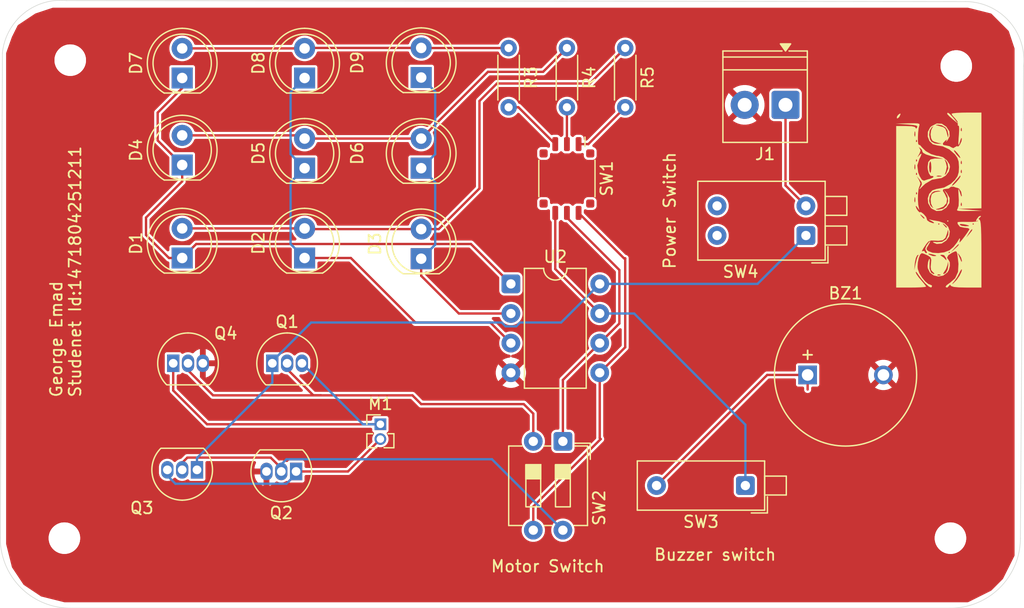
<source format=kicad_pcb>
(kicad_pcb (version 20241229) (generator "pcbnew") (generator_version "9.0")
  (title_block (date "15 nov 2012"))
  (layers (0 "F.Cu" signal) (2 "B.Cu" signal) (13 "F.Paste" user) (15 "B.Paste" user) (5 "F.SilkS" user "F.Silkscreen") (7 "B.SilkS" user "B.Silkscreen") (1 "F.Mask" user) (3 "B.Mask" user) (25 "Edge.Cuts" user))
  (net 0 "")
  (net 1 "GND")
  (net 2 "Net-(BZ1-+)")
  (net 3 "Net-(D1-A)")
  (net 4 "PB5")
  (net 5 "PB4")
  (net 6 "PB3")
  (net 7 "Net-(D4-A)")
  (net 8 "Net-(D7-A)")
  (net 9 "IN_POWER")
  (net 10 "Net-(M1--)")
  (net 11 "Net-(M1-+)")
  (net 12 "Net-(Q1-B)")
  (net 13 "Net-(Q2-B)")
  (net 14 "Net-(R3-Pad2)")
  (net 15 "Net-(R4-Pad2)")
  (net 16 "Net-(R5-Pad2)")
  (net 17 "PB2")
  (net 18 "PB1")
  (net 19 "PB0")
  (net 21 "+5V")
  (footprint "MountingHole:MountingHole_2.7mm_M2.5" (layer "F.Cu") (at 176.5 165)
    (property "Reference" "MH2" (hide yes))
    (property "Value" "MountingHole_2.7mm_M2.5" (hide yes))
    (pad "" np_thru_hole circle (at 0 0) (size 2.7 2.7) (drill 2.7) (layers "*.Cu" "*.Mask"))
  )
  (footprint "Resistor_THT:R_Axial_DIN0204_L3.6mm_D1.6mm_P5.08mm_Horizontal" (layer "F.Cu") (at 143.602 122.96 -90)
    (property "Reference" "R4" (at 2.54 -1.92 90) (layer "F.SilkS"))
    (property "Value" "R")
    (pad "1" thru_hole circle (at 0 0 270) (size 1.4 1.4) (drill 0.7) (layers "*.Cu" "*.Mask") (net 7 "Net-(D4-A)"))
    (pad "2" thru_hole circle (at 5.08 0 270) (size 1.4 1.4) (drill 0.7) (layers "*.Cu" "*.Mask") (net 15 "Net-(R4-Pad2)"))
  )
  (footprint "Cypod:cypod_footprint" (layer "F.Cu") (at 175.5 136 90)
    (property "Reference" "G***" (hide yes))
    (property "Value" "LOGO" (hide yes))
  )
  (footprint "Resistor_THT:R_Axial_DIN0204_L3.6mm_D1.6mm_P5.08mm_Horizontal" (layer "F.Cu") (at 148.602 122.96 -90)
    (property "Reference" "R5" (at 2.54 -1.92 90) (layer "F.SilkS"))
    (property "Value" "R")
    (pad "1" thru_hole circle (at 0 0 270) (size 1.4 1.4) (drill 0.7) (layers "*.Cu" "*.Mask") (net 3 "Net-(D1-A)"))
    (pad "2" thru_hole circle (at 5.08 0 270) (size 1.4 1.4) (drill 0.7) (layers "*.Cu" "*.Mask") (net 16 "Net-(R5-Pad2)"))
  )
  (footprint "Package_TO_SOT_THT:TO-92_Inline" (layer "F.Cu") (at 118.332 150)
    (property "Reference" "Q1" (at 1.27 -3.56 0) (layer "F.SilkS"))
    (property "Value" "BC547")
    (pad "1" thru_hole rect (at 0 0) (size 1.05 1.5) (drill 0.75) (layers "*.Cu" "*.Mask") (net 21 "+5V"))
    (pad "2" thru_hole oval (at 1.27 0) (size 1.05 1.5) (drill 0.75) (layers "*.Cu" "*.Mask") (net 12 "Net-(Q1-B)"))
    (pad "3" thru_hole oval (at 2.54 0) (size 1.05 1.5) (drill 0.75) (layers "*.Cu" "*.Mask") (net 11 "Net-(M1-+)"))
  )
  (footprint "Buzzer_Beeper:MagneticBuzzer_ProSignal_ABT-410-RC" (layer "F.Cu") (at 164.25 151)
    (property "Reference" "BZ1" (at 3.25 -7 0) (layer "F.SilkS"))
    (property "Value" "Buzzer")
    (fp_text user "+" (at 0 -1.8 0) (layer "F.SilkS"))
    (pad "1" thru_hole rect (at 0 0) (size 1.6 1.6) (drill 1) (layers "*.Cu" "*.Mask") (net 2 "Net-(BZ1-+)"))
    (pad "2" thru_hole circle (at 6.5 0) (size 1.6 1.6) (drill 1) (layers "*.Cu" "*.Mask") (net 1 "GND"))
  )
  (footprint "MountingHole:MountingHole_2.7mm_M2.5" (layer "F.Cu") (at 100.5 165)
    (property "Reference" "MH3" (hide yes))
    (property "Value" "MountingHole_2.7mm_M2.5" (hide yes))
    (pad "" np_thru_hole circle (at 0 0) (size 2.7 2.7) (drill 2.7) (layers "*.Cu" "*.Mask"))
  )
  (footprint "Button_Switch_THT:SW_DIP_SPSTx02_Piano_10.8x6.64mm_W7.62mm_P2.54mm" (layer "F.Cu") (at 164.102 139.04 180)
    (property "Reference" "SW4" (at 5.602 -3.11 0) (layer "F.SilkS"))
    (property "Value" "SW_DPDT_x2")
    (pad "1" thru_hole roundrect (at 0 0 180) (size 1.6 1.6) (drill 0.8) (layers "*.Cu" "*.Mask") (roundrect_rratio 0.15625) (net 21 "+5V"))
    (pad "2" thru_hole circle (at 0 2.54 180) (size 1.6 1.6) (drill 0.8) (layers "*.Cu" "*.Mask") (net 9 "IN_POWER"))
    (pad "3" thru_hole circle (at 7.62 2.54 180) (size 1.6 1.6) (drill 0.8) (layers "*.Cu" "*.Mask"))
    (pad "4" thru_hole circle (at 7.62 0 180) (size 1.6 1.6) (drill 0.8) (layers "*.Cu" "*.Mask"))
  )
  (footprint "Package_TO_SOT_THT:TO-92_Inline" (layer "F.Cu") (at 120.372 159.28 180)
    (property "Reference" "Q2" (at 1.27 -3.56 0) (layer "F.SilkS"))
    (property "Value" "BC547")
    (pad "1" thru_hole rect (at 0 0 180) (size 1.05 1.5) (drill 0.75) (layers "*.Cu" "*.Mask") (net 10 "Net-(M1--)"))
    (pad "2" thru_hole oval (at 1.27 0 180) (size 1.05 1.5) (drill 0.75) (layers "*.Cu" "*.Mask") (net 13 "Net-(Q2-B)"))
    (pad "3" thru_hole oval (at 2.54 0 180) (size 1.05 1.5) (drill 0.75) (layers "*.Cu" "*.Mask") (net 1 "GND"))
  )
  (footprint "LED_THT:LED_D5.0mm_Clear" (layer "F.Cu") (at 131.102 133.265 90)
    (property "Reference" "D6" (at 1.27 -5.49 90) (layer "F.SilkS"))
    (property "Value" "LED")
    (pad "1" thru_hole rect (at 0 0 90) (size 1.8 1.8) (drill 0.9) (layers "*.Cu" "*.Mask") (net 6 "PB3"))
    (pad "2" thru_hole circle (at 2.54 0 90) (size 1.8 1.8) (drill 0.9) (layers "*.Cu" "*.Mask") (net 7 "Net-(D4-A)"))
  )
  (footprint "MountingHole:MountingHole_2.7mm_M2.5" (layer "F.Cu") (at 101 124)
    (property "Reference" "MH1" (hide yes))
    (property "Value" "MountingHole_2.7mm_M2.5" (hide yes))
    (pad "" np_thru_hole circle (at 0 0) (size 2.7 2.7) (drill 2.7) (layers "*.Cu" "*.Mask"))
  )
  (footprint "LED_THT:LED_D5.0mm_Clear" (layer "F.Cu") (at 110.602 132.99 90)
    (property "Reference" "D4" (at 1.27 -3.96 90) (layer "F.SilkS"))
    (property "Value" "LED")
    (pad "1" thru_hole rect (at 0 0 90) (size 1.8 1.8) (drill 0.9) (layers "*.Cu" "*.Mask") (net 4 "PB5"))
    (pad "2" thru_hole circle (at 2.54 0 90) (size 1.8 1.8) (drill 0.9) (layers "*.Cu" "*.Mask") (net 7 "Net-(D4-A)"))
  )
  (footprint "Button_Switch_THT:SW_DIP_SPSTx02_Slide_6.7x6.64mm_W7.62mm_P2.54mm_LowProfile" (layer "F.Cu") (at 143.2575 156.695 -90)
    (property "Reference" "SW2" (at 5.703 -3.11 90) (layer "F.SilkS"))
    (property "Value" "SW_DPST")
    (pad "1" thru_hole roundrect (at 0 0 270) (size 1.6 1.6) (drill 0.8) (layers "*.Cu" "*.Mask") (roundrect_rratio 0.15625) (net 18 "PB1"))
    (pad "2" thru_hole circle (at 0 2.54 270) (size 1.6 1.6) (drill 0.8) (layers "*.Cu" "*.Mask") (net 12 "Net-(Q1-B)"))
    (pad "3" thru_hole circle (at 7.62 2.54 270) (size 1.6 1.6) (drill 0.8) (layers "*.Cu" "*.Mask") (net 19 "PB0"))
    (pad "4" thru_hole circle (at 7.62 0 270) (size 1.6 1.6) (drill 0.8) (layers "*.Cu" "*.Mask") (net 13 "Net-(Q2-B)"))
  )
  (footprint "Package_TO_SOT_THT:TO-92_Inline" (layer "F.Cu") (at 109.832 150)
    (property "Reference" "Q4" (at 4.5 -2.56 0) (layer "F.SilkS"))
    (property "Value" "BC547")
    (pad "1" thru_hole rect (at 0 0) (size 1.05 1.5) (drill 0.75) (layers "*.Cu" "*.Mask") (net 11 "Net-(M1-+)"))
    (pad "2" thru_hole oval (at 1.27 0) (size 1.05 1.5) (drill 0.75) (layers "*.Cu" "*.Mask") (net 12 "Net-(Q1-B)"))
    (pad "3" thru_hole oval (at 2.54 0) (size 1.05 1.5) (drill 0.75) (layers "*.Cu" "*.Mask") (net 1 "GND"))
  )
  (footprint "Resistor_THT:R_Axial_DIN0204_L3.6mm_D1.6mm_P5.08mm_Horizontal" (layer "F.Cu") (at 138.602 122.96 -90)
    (property "Reference" "R3" (at 2.54 -1.92 90) (layer "F.SilkS"))
    (property "Value" "R")
    (pad "1" thru_hole circle (at 0 0 270) (size 1.4 1.4) (drill 0.7) (layers "*.Cu" "*.Mask") (net 8 "Net-(D7-A)"))
    (pad "2" thru_hole circle (at 5.08 0 270) (size 1.4 1.4) (drill 0.7) (layers "*.Cu" "*.Mask") (net 14 "Net-(R3-Pad2)"))
  )
  (footprint "TerminalBlock_Phoenix:TerminalBlock_Phoenix_PT-1,5-2-3.5-H_1x02_P3.50mm_Horizontal" (layer "F.Cu") (at 162.352 127.8325 180)
    (property "Reference" "J1" (at 1.75 -4.22 0) (layer "F.SilkS"))
    (property "Value" "Conn_01x02_Socket")
    (pad "1" thru_hole roundrect (at 0 0 180) (size 2.4 2.4) (drill 1.2) (layers "*.Cu" "*.Mask") (roundrect_rratio 0.104167) (net 9 "IN_POWER"))
    (pad "2" thru_hole circle (at 3.5 0 180) (size 2.4 2.4) (drill 1.2) (layers "*.Cu" "*.Mask") (net 1 "GND"))
  )
  (footprint "LED_THT:LED_D5.0mm_Clear" (layer "F.Cu") (at 131.102 125.49 90)
    (property "Reference" "D9" (at 1.27 -5.49 90) (layer "F.SilkS"))
    (property "Value" "LED")
    (pad "1" thru_hole rect (at 0 0 90) (size 1.8 1.8) (drill 0.9) (layers "*.Cu" "*.Mask") (net 6 "PB3"))
    (pad "2" thru_hole circle (at 2.54 0 90) (size 1.8 1.8) (drill 0.9) (layers "*.Cu" "*.Mask") (net 8 "Net-(D7-A)"))
  )
  (footprint "LED_THT:LED_D5.0mm_Clear" (layer "F.Cu") (at 121.102 133.265 90)
    (property "Reference" "D5" (at 1.27 -3.96 90) (layer "F.SilkS"))
    (property "Value" "LED")
    (pad "1" thru_hole rect (at 0 0 90) (size 1.8 1.8) (drill 0.9) (layers "*.Cu" "*.Mask") (net 5 "PB4"))
    (pad "2" thru_hole circle (at 2.54 0 90) (size 1.8 1.8) (drill 0.9) (layers "*.Cu" "*.Mask") (net 7 "Net-(D4-A)"))
  )
  (footprint "LED_THT:LED_D5.0mm_Clear" (layer "F.Cu") (at 121.102 125.53 90)
    (property "Reference" "D8" (at 1.27 -3.96 90) (layer "F.SilkS"))
    (property "Value" "LED")
    (pad "1" thru_hole rect (at 0 0 90) (size 1.8 1.8) (drill 0.9) (layers "*.Cu" "*.Mask") (net 5 "PB4"))
    (pad "2" thru_hole circle (at 2.54 0 90) (size 1.8 1.8) (drill 0.9) (layers "*.Cu" "*.Mask") (net 8 "Net-(D7-A)"))
  )
  (footprint "MountingHole:MountingHole_2.7mm_M2.5" (layer "F.Cu") (at 177 124.5)
    (property "Reference" "MH4" (hide yes))
    (property "Value" "MountingHole_2.7mm_M2.5" (hide yes))
    (pad "" np_thru_hole circle (at 0 0) (size 2.7 2.7) (drill 2.7) (layers "*.Cu" "*.Mask"))
  )
  (footprint "Button_Switch_SMD:SW_DIP_SPSTx03_Slide_Copal_CVS-03xB_W5.9mm_P1mm" (layer "F.Cu") (at 143.602 134.15 -90)
    (property "Reference" "SW1" (at 0 -3.41 90) (layer "F.SilkS"))
    (property "Value" "SW_DIP_x03")
    (pad "1" smd roundrect (at -2.95 -1 270) (size 1.2 0.5) (layers "F.Cu" "F.Mask" "F.Paste") (net 16 "Net-(R5-Pad2)"))
    (pad "2" smd roundrect (at -2.95 0 270) (size 1.2 0.5) (layers "F.Cu" "F.Mask" "F.Paste") (net 15 "Net-(R4-Pad2)"))
    (pad "3" smd roundrect (at -2.95 1 270) (size 1.2 0.5) (layers "F.Cu" "F.Mask" "F.Paste") (net 14 "Net-(R3-Pad2)"))
    (pad "4" smd roundrect (at 2.95 1 270) (size 1.2 0.5) (layers "F.Cu" "F.Mask" "F.Paste") (net 17 "PB2"))
    (pad "5" smd roundrect (at 2.95 0 270) (size 1.2 0.5) (layers "F.Cu" "F.Mask" "F.Paste") (net 18 "PB1"))
    (pad "6" smd roundrect (at 2.95 -1 270) (size 1.2 0.5) (layers "F.Cu" "F.Mask" "F.Paste") (net 19 "PB0"))
    (pad "7" smd roundrect (at -2.15 -2 270) (size 0.7 0.7) (layers "F.Cu" "F.Mask" "F.Paste"))
    (pad "7" smd roundrect (at -2.15 2 270) (size 0.7 0.7) (layers "F.Cu" "F.Mask" "F.Paste"))
    (pad "7" smd roundrect (at 2.15 -2 270) (size 0.7 0.7) (layers "F.Cu" "F.Mask" "F.Paste"))
    (pad "7" smd roundrect (at 2.15 2 270) (size 0.7 0.7) (layers "F.Cu" "F.Mask" "F.Paste"))
  )
  (footprint "LED_THT:LED_D5.0mm_Clear" (layer "F.Cu") (at 121.102 140.97 90)
    (property "Reference" "D2" (at 1.27 -3.96 90) (layer "F.SilkS"))
    (property "Value" "LED")
    (pad "1" thru_hole rect (at 0 0 90) (size 1.8 1.8) (drill 0.9) (layers "*.Cu" "*.Mask") (net 5 "PB4"))
    (pad "2" thru_hole circle (at 2.54 0 90) (size 1.8 1.8) (drill 0.9) (layers "*.Cu" "*.Mask") (net 3 "Net-(D1-A)"))
  )
  (footprint "LED_THT:LED_D5.0mm_Clear" (layer "F.Cu") (at 131.102 141.03 90)
    (property "Reference" "D3" (at 1.27 -3.96 90) (layer "F.SilkS"))
    (property "Value" "LED")
    (pad "1" thru_hole rect (at 0 0 90) (size 1.8 1.8) (drill 0.9) (layers "*.Cu" "*.Mask") (net 6 "PB3"))
    (pad "2" thru_hole circle (at 2.54 0 90) (size 1.8 1.8) (drill 0.9) (layers "*.Cu" "*.Mask") (net 3 "Net-(D1-A)"))
  )
  (footprint "Button_Switch_THT:SW_DIP_SPSTx01_Piano_10.8x4.1mm_W7.62mm_P2.54mm" (layer "F.Cu") (at 158.91 160.4875 180)
    (property "Reference" "SW3" (at 3.81 -3.11 0) (layer "F.SilkS"))
    (property "Value" "SW_DPST_x2")
    (pad "1" thru_hole roundrect (at 0 0 180) (size 1.6 1.6) (drill 0.8) (layers "*.Cu" "*.Mask") (roundrect_rratio 0.15625) (net 17 "PB2"))
    (pad "2" thru_hole circle (at 7.62 0 180) (size 1.6 1.6) (drill 0.8) (layers "*.Cu" "*.Mask") (net 2 "Net-(BZ1-+)"))
  )
  (footprint "Package_DIP:DIP-8_W7.62mm" (layer "F.Cu") (at 138.797 143.19)
    (property "Reference" "U2" (at 3.81 -2.33 0) (layer "F.SilkS"))
    (property "Value" "ATtiny45-20P")
    (pad "1" thru_hole roundrect (at 0 0) (size 1.6 1.6) (drill 0.8) (layers "*.Cu" "*.Mask") (roundrect_rratio 0.15625) (net 4 "PB5"))
    (pad "2" thru_hole circle (at 0 2.54) (size 1.6 1.6) (drill 0.8) (layers "*.Cu" "*.Mask") (net 6 "PB3"))
    (pad "3" thru_hole circle (at 0 5.08) (size 1.6 1.6) (drill 0.8) (layers "*.Cu" "*.Mask") (net 5 "PB4"))
    (pad "4" thru_hole circle (at 0 7.62) (size 1.6 1.6) (drill 0.8) (layers "*.Cu" "*.Mask") (net 1 "GND"))
    (pad "5" thru_hole circle (at 7.62 7.62) (size 1.6 1.6) (drill 0.8) (layers "*.Cu" "*.Mask") (net 19 "PB0"))
    (pad "6" thru_hole circle (at 7.62 5.08) (size 1.6 1.6) (drill 0.8) (layers "*.Cu" "*.Mask") (net 18 "PB1"))
    (pad "7" thru_hole circle (at 7.62 2.54) (size 1.6 1.6) (drill 0.8) (layers "*.Cu" "*.Mask") (net 17 "PB2"))
    (pad "8" thru_hole circle (at 7.62 0) (size 1.6 1.6) (drill 0.8) (layers "*.Cu" "*.Mask") (net 21 "+5V"))
  )
  (footprint "Connector_PinHeader_1.27mm:PinHeader_1x02_P1.27mm_Vertical" (layer "F.Cu") (at 127.602 155.23)
    (property "Reference" "M1" (at 0 -1.745 0) (layer "F.SilkS"))
    (property "Value" "Motor_DC")
    (pad "1" thru_hole rect (at 0 0) (size 1 1) (drill 0.65) (layers "*.Cu" "*.Mask") (net 11 "Net-(M1-+)"))
    (pad "2" thru_hole circle (at 0 1.27) (size 1 1) (drill 0.65) (layers "*.Cu" "*.Mask") (net 10 "Net-(M1--)"))
  )
  (footprint "Package_TO_SOT_THT:TO-92_Inline" (layer "F.Cu") (at 111.872 159.14 180)
    (property "Reference" "Q3" (at 4.73 -3.27 0) (layer "F.SilkS"))
    (property "Value" "BC547")
    (pad "1" thru_hole rect (at 0 0 180) (size 1.05 1.5) (drill 0.75) (layers "*.Cu" "*.Mask") (net 21 "+5V"))
    (pad "2" thru_hole oval (at 1.27 0 180) (size 1.05 1.5) (drill 0.75) (layers "*.Cu" "*.Mask") (net 13 "Net-(Q2-B)"))
    (pad "3" thru_hole oval (at 2.54 0 180) (size 1.05 1.5) (drill 0.75) (layers "*.Cu" "*.Mask") (net 10 "Net-(M1--)"))
  )
  (footprint "LED_THT:LED_D5.0mm_Clear" (layer "F.Cu") (at 110.602 140.97 90)
    (property "Reference" "D1" (at 1.27 -3.96 90) (layer "F.SilkS"))
    (property "Value" "LED")
    (pad "1" thru_hole rect (at 0 0 90) (size 1.8 1.8) (drill 0.9) (layers "*.Cu" "*.Mask") (net 4 "PB5"))
    (pad "2" thru_hole circle (at 2.54 0 90) (size 1.8 1.8) (drill 0.9) (layers "*.Cu" "*.Mask") (net 3 "Net-(D1-A)"))
  )
  (footprint "LED_THT:LED_D5.0mm_Clear" (layer "F.Cu") (at 110.602 125.53 90)
    (property "Reference" "D7" (at 1.27 -3.96 90) (layer "F.SilkS"))
    (property "Value" "LED")
    (pad "1" thru_hole rect (at 0 0 90) (size 1.8 1.8) (drill 0.9) (layers "*.Cu" "*.Mask") (net 4 "PB5"))
    (pad "2" thru_hole circle (at 2.54 0 90) (size 1.8 1.8) (drill 0.9) (layers "*.Cu" "*.Mask") (net 8 "Net-(D7-A)"))
  )
  (gr_arc (start 182.5 165) (mid 180.742641 169.242641) (end 176.5 171) (stroke (width 0.05)) (layer "Edge.Cuts"))
  (gr_arc (start 95.181981 123.389087) (mid 97 120) (end 100.681981 118.889087) (stroke (width 0.05)) (layer "Edge.Cuts"))
  (gr_arc (start 101 171) (mid 96.757359 169.242641) (end 95 165) (stroke (width 0.05)) (layer "Edge.Cuts"))
  (gr_arc (start 177.774247 118.975062) (mid 181.5 120.62824) (end 182.774247 124.5) (stroke (width 0.05)) (layer "Edge.Cuts"))
  (gr_line (start 101 171) (end 176.5 171) (stroke (width 0.05)) (layer "Edge.Cuts"))
  (gr_line (start 177.774247 118.975062) (end 100.682072 118.889087) (stroke (width 0.05)) (layer "Edge.Cuts"))
  (gr_line (start 182.5 165) (end 182.774247 124.500031) (stroke (width 0.05)) (layer "Edge.Cuts"))
  (gr_line (start 95 165) (end 95.181981 123.389088) (stroke (width 0.05)) (layer "Edge.Cuts"))
  (gr_text "Power Switch" (at 153 142 90) (layer "F.SilkS") (effects (font (size 1 1)) (justify left bottom)))
  (gr_text "Motor Switch" (at 137 168 0) (layer "F.SilkS") (effects (font (size 1 1)) (justify left bottom)))
  (gr_text "Buzzer switch" (at 151 167 0) (layer "F.SilkS") (effects (font (size 1 1)) (justify left bottom)))
  (gr_text "George Emad\nStudenet Id:1471804251211" (at 102 153 90) (layer "F.SilkS") (effects (font (size 1 1)) (justify left bottom)))
  (segment (start 164.25 151) (end 160.7775 151) (width 0.2) (layer "F.Cu") (net 2))
  (segment (start 160.7775 151) (end 151.29 160.4875) (width 0.2) (layer "F.Cu") (net 2))
  (segment (start 164.25 152.25) (end 164.25 151) (width 0.2) (layer "F.Cu") (net 2))
  (segment (start 132.612 138.49) (end 131.102 138.49) (width 0.2) (layer "F.Cu") (net 3))
  (segment (start 136.102 127.5) (end 136.102 135) (width 0.2) (layer "F.Cu") (net 3))
  (segment (start 137.602 126) (end 136.102 127.5) (width 0.2) (layer "F.Cu") (net 3))
  (segment (start 121.162 138.49) (end 121.102 138.43) (width 0.2) (layer "F.Cu") (net 3))
  (segment (start 145.562 126) (end 137.602 126) (width 0.2) (layer "F.Cu") (net 3))
  (segment (start 136.102 135) (end 132.612 138.49) (width 0.2) (layer "F.Cu") (net 3))
  (segment (start 131.102 138.49) (end 121.162 138.49) (width 0.2) (layer "F.Cu") (net 3))
  (segment (start 148.602 122.96) (end 145.562 126) (width 0.2) (layer "F.Cu") (net 3))
  (segment (start 110.602 138.43) (end 121.102 138.43) (width 0.2) (layer "F.Cu") (net 3))
  (segment (start 135.371 139.769) (end 111.803 139.769) (width 0.2) (layer "F.Cu") (net 4))
  (segment (start 110.602 134.398) (end 107.5 137.5) (width 0.2) (layer "F.Cu") (net 4))
  (segment (start 109.47 140.97) (end 110.602 140.97) (width 0.2) (layer "F.Cu") (net 4))
  (segment (start 110.602 125.53) (end 110.602 126.398) (width 0.2) (layer "F.Cu") (net 4))
  (segment (start 138.797 143.19) (end 138.792 143.19) (width 0.2) (layer "F.Cu") (net 4))
  (segment (start 138.792 143.19) (end 135.371 139.769) (width 0.2) (layer "F.Cu") (net 4))
  (segment (start 108.5 130.888) (end 110.602 132.99) (width 0.2) (layer "F.Cu") (net 4))
  (segment (start 110.602 132.99) (end 110.602 134.398) (width 0.2) (layer "F.Cu") (net 4))
  (segment (start 108.5 128.5) (end 108.5 130.888) (width 0.2) (layer "F.Cu") (net 4))
  (segment (start 111.803 139.769) (end 110.602 140.97) (width 0.2) (layer "F.Cu") (net 4))
  (segment (start 110.602 126.398) (end 108.5 128.5) (width 0.2) (layer "F.Cu") (net 4))
  (segment (start 107.5 137.5) (end 107.5 139) (width 0.2) (layer "F.Cu") (net 4))
  (segment (start 107.5 139) (end 109.47 140.97) (width 0.2) (layer "F.Cu") (net 4))
  (segment (start 130.602 146.5) (end 125.072 140.97) (width 0.2) (layer "F.Cu") (net 5))
  (segment (start 138.797 148.27) (end 137.027 146.5) (width 0.2) (layer "F.Cu") (net 5))
  (segment (start 137.027 146.5) (end 130.602 146.5) (width 0.2) (layer "F.Cu") (net 5))
  (segment (start 125.072 140.97) (end 121.102 140.97) (width 0.2) (layer "F.Cu") (net 5))
  (segment (start 121.102 133.265) (end 119.901 134.466) (width 0.2) (layer "B.Cu") (net 5))
  (segment (start 121.102 133.265) (end 119.901 132.064) (width 0.2) (layer "B.Cu") (net 5))
  (segment (start 119.901 134.466) (end 119.901 139.769) (width 0.2) (layer "B.Cu") (net 5))
  (segment (start 119.901 132.064) (end 119.901 126.731) (width 0.2) (layer "B.Cu") (net 5))
  (segment (start 119.901 126.731) (end 121.102 125.53) (width 0.2) (layer "B.Cu") (net 5))
  (segment (start 119.901 139.769) (end 121.102 140.97) (width 0.2) (layer "B.Cu") (net 5))
  (segment (start 134.332 145.73) (end 138.797 145.73) (width 0.2) (layer "F.Cu") (net 6))
  (segment (start 131.102 142.5) (end 134.332 145.73) (width 0.2) (layer "F.Cu") (net 6))
  (segment (start 131.102 141.03) (end 131.102 142.5) (width 0.2) (layer "F.Cu") (net 6))
  (segment (start 132.303 132.064) (end 131.102 133.265) (width 0.2) (layer "B.Cu") (net 6))
  (segment (start 131.102 125.49) (end 132.303 126.691) (width 0.2) (layer "B.Cu") (net 6))
  (segment (start 132.303 139.829) (end 131.102 141.03) (width 0.2) (layer "B.Cu") (net 6))
  (segment (start 132.303 126.691) (end 132.303 132.064) (width 0.2) (layer "B.Cu") (net 6))
  (segment (start 131.102 133.265) (end 132.303 134.466) (width 0.2) (layer "B.Cu") (net 6))
  (segment (start 132.303 134.466) (end 132.303 139.829) (width 0.2) (layer "B.Cu") (net 6))
  (segment (start 120.827 130.45) (end 121.102 130.725) (width 0.2) (layer "F.Cu") (net 7))
  (segment (start 121.102 130.725) (end 131.102 130.725) (width 0.2) (layer "F.Cu") (net 7))
  (segment (start 136.827 125) (end 131.102 130.725) (width 0.2) (layer "F.Cu") (net 7))
  (segment (start 143.602 122.96) (end 141.562 125) (width 0.2) (layer "F.Cu") (net 7))
  (segment (start 141.562 125) (end 136.827 125) (width 0.2) (layer "F.Cu") (net 7))
  (segment (start 110.602 130.45) (end 120.827 130.45) (width 0.2) (layer "F.Cu") (net 7))
  (segment (start 131.112 122.96) (end 131.102 122.95) (width 0.2) (layer "F.Cu") (net 8))
  (segment (start 138.602 122.96) (end 131.112 122.96) (width 0.2) (layer "F.Cu") (net 8))
  (segment (start 121.142 122.95) (end 121.102 122.99) (width 0.2) (layer "F.Cu") (net 8))
  (segment (start 110.602 122.99) (end 121.102 122.99) (width 0.2) (layer "F.Cu") (net 8))
  (segment (start 131.552 122.5) (end 131.102 122.95) (width 0.2) (layer "F.Cu") (net 8))
  (segment (start 131.102 122.95) (end 121.142 122.95) (width 0.2) (layer "F.Cu") (net 8))
  (segment (start 162.352 134.75) (end 164.102 136.5) (width 0.2) (layer "F.Cu") (net 9))
  (segment (start 162.352 127.8325) (end 162.352 134.75) (width 0.2) (layer "F.Cu") (net 9))
  (segment (start 124.822 159.28) (end 127.602 156.5) (width 0.2) (layer "F.Cu") (net 10))
  (segment (start 109.332 159.14) (end 109.332 159.26314) (width 0.2) (layer "F.Cu") (net 10))
  (segment (start 120.372 159.28) (end 124.822 159.28) (width 0.2) (layer "F.Cu") (net 10))
  (segment (start 120.372 159.505) (end 120.372 159.28) (width 0.2) (layer "F.Cu") (net 10))
  (segment (start 109.332 159.64) (end 110.023 160.331) (width 0.2) (layer "B.Cu") (net 10))
  (segment (start 120.372 159.505) (end 120.372 159.28) (width 0.2) (layer "B.Cu") (net 10))
  (segment (start 109.332 159.14) (end 109.332 159.64) (width 0.2) (layer "B.Cu") (net 10))
  (segment (start 110.023 160.331) (end 119.546 160.331) (width 0.2) (layer "B.Cu") (net 10))
  (segment (start 119.546 160.331) (end 120.372 159.505) (width 0.2) (layer "B.Cu") (net 10))
  (segment (start 109.832 150) (end 109.832 152.332) (width 0.2) (layer "F.Cu") (net 11))
  (segment (start 120.872 149.775) (end 120.872 150) (width 0.2) (layer "F.Cu") (net 11))
  (segment (start 112.73 155.23) (end 127.602 155.23) (width 0.2) (layer "F.Cu") (net 11))
  (segment (start 109.832 152.332) (end 112.73 155.23) (width 0.2) (layer "F.Cu") (net 11))
  (segment (start 109.832 150) (end 109.832 149.775) (width 0.2) (layer "F.Cu") (net 11))
  (segment (start 127.602 155.23) (end 126.102 155.23) (width 0.2) (layer "B.Cu") (net 11))
  (segment (start 126.102 155.23) (end 120.872 150) (width 0.2) (layer "B.Cu") (net 11))
  (segment (start 119.602 150.5) (end 121.852 152.75) (width 0.2) (layer "F.Cu") (net 12))
  (segment (start 139.898 153.5) (end 131.102 153.5) (width 0.2) (layer "F.Cu") (net 12))
  (segment (start 131.102 153.5) (end 130.352 152.75) (width 0.2) (layer "F.Cu") (net 12))
  (segment (start 121.852 152.75) (end 122.5 152.75) (width 0.2) (layer "F.Cu") (net 12))
  (segment (start 140.7175 154.3195) (end 139.898 153.5) (width 0.2) (layer "F.Cu") (net 12))
  (segment (start 113.25 152.75) (end 122.5 152.75) (width 0.2) (layer "F.Cu") (net 12))
  (segment (start 140.7175 156.695) (end 140.7175 154.3195) (width 0.2) (layer "F.Cu") (net 12))
  (segment (start 122.5 152.75) (end 130.352 152.75) (width 0.2) (layer "F.Cu") (net 12))
  (segment (start 111.102 150.602) (end 113.25 152.75) (width 0.2) (layer "F.Cu") (net 12))
  (segment (start 111.102 150) (end 111.102 150.602) (width 0.2) (layer "F.Cu") (net 12))
  (segment (start 119.602 150) (end 119.602 150.5) (width 0.2) (layer "F.Cu") (net 12))
  (segment (start 110.602 158.533) (end 111.046 158.089) (width 0.2) (layer "F.Cu") (net 13))
  (segment (start 111.046 158.089) (end 118.191 158.089) (width 0.2) (layer "F.Cu") (net 13))
  (segment (start 119.102 159) (end 119.102 159.28) (width 0.2) (layer "F.Cu") (net 13))
  (segment (start 110.602 159.14) (end 110.602 158.533) (width 0.2) (layer "F.Cu") (net 13))
  (segment (start 118.191 158.089) (end 119.102 159) (width 0.2) (layer "F.Cu") (net 13))
  (segment (start 143.2575 164.315) (end 137.1715 158.229) (width 0.2) (layer "B.Cu") (net 13))
  (segment (start 137.1715 158.229) (end 119.546 158.229) (width 0.2) (layer "B.Cu") (net 13))
  (segment (start 119.102 158.673) (end 119.102 159.28) (width 0.2) (layer "B.Cu") (net 13))
  (segment (start 119.546 158.229) (end 119.102 158.673) (width 0.2) (layer "B.Cu") (net 13))
  (segment (start 139.442 128.04) (end 138.602 128.04) (width 0.2) (layer "F.Cu") (net 14))
  (segment (start 142.602 131.2) (end 139.442 128.04) (width 0.2) (layer "F.Cu") (net 14))
  (segment (start 143.602 128.04) (end 143.602 131.2) (width 0.2) (layer "F.Cu") (net 15))
  (segment (start 145.442 131.2) (end 144.602 131.2) (width 0.2) (layer "F.Cu") (net 16))
  (segment (start 148.602 128.04) (end 145.442 131.2) (width 0.2) (layer "F.Cu") (net 16))
  (segment (start 142.602 137.1) (end 142.602 141.915) (width 0.2) (layer "F.Cu") (net 17))
  (segment (start 142.602 141.915) (end 146.417 145.73) (width 0.2) (layer "F.Cu") (net 17))
  (segment (start 149.372 145.73) (end 158.91 155.268) (width 0.2) (layer "B.Cu") (net 17))
  (segment (start 158.91 155.268) (end 158.91 160.4875) (width 0.2) (layer "B.Cu") (net 17))
  (segment (start 146.417 145.73) (end 149.372 145.73) (width 0.2) (layer "B.Cu") (net 17))
  (segment (start 143.2575 151.4295) (end 146.417 148.27) (width 0.2) (layer "F.Cu") (net 18))
  (segment (start 148.102 142) (end 148.102 146.585) (width 0.2) (layer "F.Cu") (net 18))
  (segment (start 143.2575 156.695) (end 143.2575 151.4295) (width 0.2) (layer "F.Cu") (net 18))
  (segment (start 143.602 137.5) (end 148.102 142) (width 0.2) (layer "F.Cu") (net 18))
  (segment (start 143.602 137.1) (end 143.602 137.5) (width 0.2) (layer "F.Cu") (net 18))
  (segment (start 148.102 146.585) (end 146.417 148.27) (width 0.2) (layer "F.Cu") (net 18))
  (segment (start 146.5 156.5) (end 146.417 156.417) (width 0.2) (layer "F.Cu") (net 19))
  (segment (start 140.7175 162.2825) (end 146.5 156.5) (width 0.2) (layer "F.Cu") (net 19))
  (segment (start 146.417 156.417) (end 146.417 150.81) (width 0.2) (layer "F.Cu") (net 19))
  (segment (start 148.502 141) (end 148.602 141) (width 0.2) (layer "F.Cu") (net 19))
  (segment (start 148.602 141) (end 148.602 148.625) (width 0.2) (layer "F.Cu") (net 19))
  (segment (start 144.602 137.1) (end 148.502 141) (width 0.2) (layer "F.Cu") (net 19))
  (segment (start 148.602 148.625) (end 146.417 150.81) (width 0.2) (layer "F.Cu") (net 19))
  (segment (start 140.7175 164.315) (end 140.7175 162.2825) (width 0.2) (layer "F.Cu") (net 19))
  (segment (start 118.332 151.668) (end 118.332 150) (width 0.2) (layer "B.Cu") (net 21))
  (segment (start 118.332 149.832) (end 121.664 146.5) (width 0.2) (layer "B.Cu") (net 21))
  (segment (start 138.34095 146.831) (end 139.25305 146.831) (width 0.2) (layer "B.Cu") (net 21))
  (segment (start 139.25305 146.831) (end 139.58405 146.5) (width 0.2) (layer "B.Cu") (net 21))
  (segment (start 111.872 159.14) (end 111.872 158.128) (width 0.2) (layer "B.Cu") (net 21))
  (segment (start 111.872 158.128) (end 118.332 151.668) (width 0.2) (layer "B.Cu") (net 21))
  (segment (start 138.00995 146.5) (end 138.34095 146.831) (width 0.2) (layer "B.Cu") (net 21))
  (segment (start 159.952 143.19) (end 146.417 143.19) (width 0.2) (layer "B.Cu") (net 21))
  (segment (start 143.107 146.5) (end 146.417 143.19) (width 0.2) (layer "B.Cu") (net 21))
  (segment (start 139.58405 146.5) (end 143.107 146.5) (width 0.2) (layer "B.Cu") (net 21))
  (segment (start 118.332 150) (end 118.332 149.832) (width 0.2) (layer "B.Cu") (net 21))
  (segment (start 164.102 139.04) (end 159.952 143.19) (width 0.2) (layer "B.Cu") (net 21))
  (segment (start 121.664 146.5) (end 138.00995 146.5) (width 0.2) (layer "B.Cu") (net 21))
  (zone (net 1) (net_name "GND") (layer "F.Cu") (connect_pads (clearance 0)) (min_thickness 0.25) (fill yes (thermal_gap 0.5) (thermal_bridge_width 0.5))
    (polygon (pts (xy 99.5 119.5) (xy 98 120) (xy 96.5 121) (xy 96 122) (xy 95.5 123.389088) (xy 95.5 165.5) (xy 96 167.5) (xy 97 169) (xy 98.5 170) (xy 100.5 170.5) (xy 178 170.5) (xy 180 169.5) (xy 181 168.5) (xy 182 166.5) (xy 182 123) (xy 181.5 121.5) (xy 180 120) (xy 178 119.5)))
  )
  (zone (net 1) (net_name "GND") (layer "F.Cu") (priority 1) (connect_pads (clearance 0)) (min_thickness 0.25) (fill yes (thermal_gap 0.5) (thermal_bridge_width 0.5))
    (polygon (pts (xy 179.5 128) (xy 171.5 128) (xy 171.5 144) (xy 179.5 144)))
  )
)
</source>
